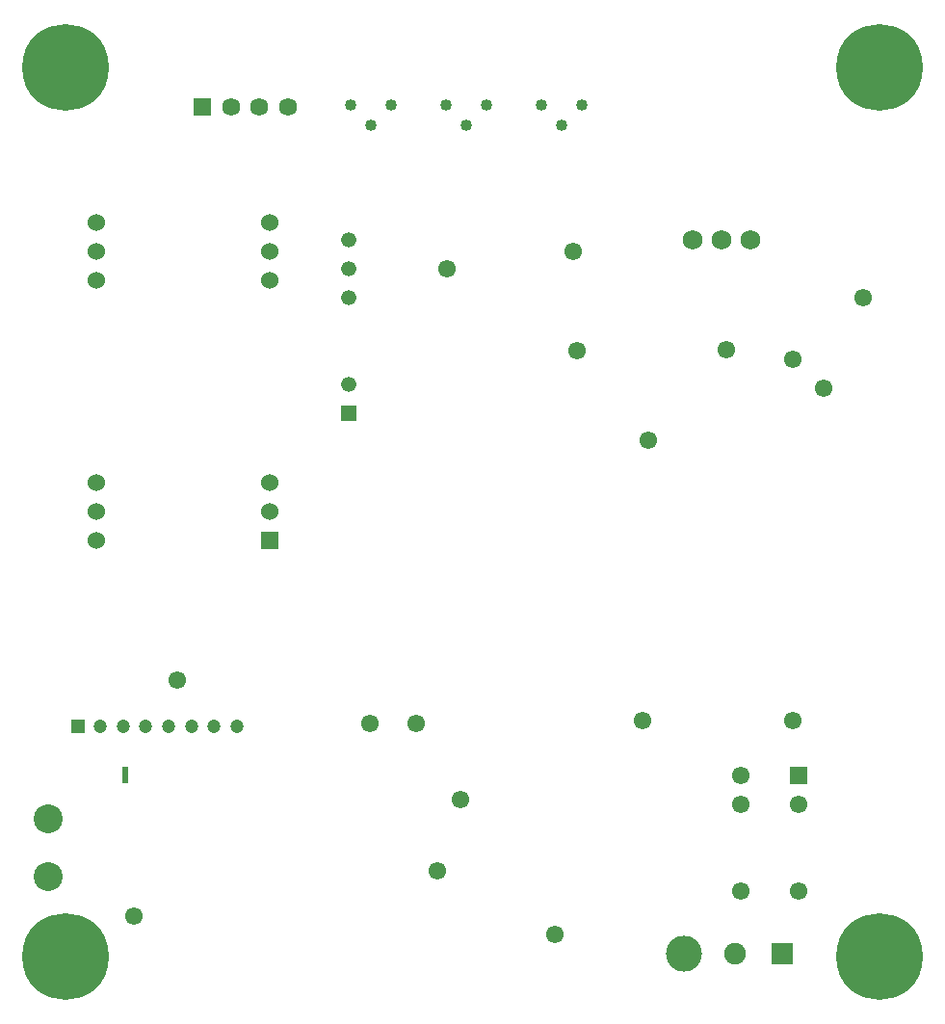
<source format=gbr>
%TF.GenerationSoftware,Altium Limited,Altium Designer,20.0.11 (256)*%
G04 Layer_Color=255*
%FSLAX26Y26*%
%MOIN*%
%TF.FileFunction,Pads,Bot*%
%TF.Part,Single*%
G01*
G75*
%TA.AperFunction,ComponentPad*%
%ADD65C,0.060000*%
%ADD66R,0.060000X0.060000*%
%ADD67C,0.100000*%
%ADD68R,0.061024X0.061024*%
%ADD69C,0.061024*%
%ADD70C,0.052283*%
%ADD71R,0.052283X0.052283*%
%ADD72C,0.300000*%
%ADD73R,0.075000X0.075000*%
%ADD74C,0.075000*%
%ADD75C,0.125000*%
%ADD76C,0.068898*%
%ADD77C,0.047244*%
%ADD78R,0.047244X0.047244*%
%ADD79R,0.062598X0.062598*%
%ADD80C,0.062598*%
%ADD81C,0.040000*%
%ADD82R,0.020000X0.020000*%
%ADD83R,0.020000X0.040000*%
D65*
X300000Y1645000D02*
D03*
Y1745000D02*
D03*
Y2645000D02*
D03*
Y1845000D02*
D03*
Y2745000D02*
D03*
X900000Y1745000D02*
D03*
Y1845000D02*
D03*
X300000Y2545000D02*
D03*
X900000D02*
D03*
Y2745000D02*
D03*
Y2645000D02*
D03*
D66*
Y1645000D02*
D03*
D67*
X133381Y480000D02*
D03*
Y680000D02*
D03*
D68*
X2730000Y830000D02*
D03*
D69*
Y730000D02*
D03*
Y430000D02*
D03*
X2530000D02*
D03*
Y730000D02*
D03*
Y830000D02*
D03*
X2190000Y1020000D02*
D03*
X1559252Y748000D02*
D03*
X1248465Y1010000D02*
D03*
X1515000Y2585000D02*
D03*
X2712000Y2270000D02*
D03*
X431604Y343197D02*
D03*
X1408465Y1010000D02*
D03*
X2955000Y2485000D02*
D03*
X1965000Y2300000D02*
D03*
X1950000Y2645000D02*
D03*
X2479571Y2305000D02*
D03*
X2210000Y1990000D02*
D03*
X580000Y1160000D02*
D03*
X2816535Y2170000D02*
D03*
X2710000Y1020000D02*
D03*
X1480000Y502165D02*
D03*
X1888500Y281299D02*
D03*
D70*
X1175000Y2485000D02*
D03*
Y2685000D02*
D03*
Y2585000D02*
D03*
Y2185000D02*
D03*
D71*
Y2085000D02*
D03*
D72*
X195000Y205000D02*
D03*
Y3280000D02*
D03*
X3010000D02*
D03*
Y205000D02*
D03*
D73*
X2672992Y212441D02*
D03*
D74*
X2510000D02*
D03*
D75*
X2334996D02*
D03*
D76*
X2565000Y2685000D02*
D03*
X2365000D02*
D03*
X2465000D02*
D03*
D77*
X392992Y1000000D02*
D03*
X471732D02*
D03*
X314252D02*
D03*
X707953D02*
D03*
X786693D02*
D03*
X550472D02*
D03*
X629212D02*
D03*
D78*
X235512D02*
D03*
D79*
X667029Y3143305D02*
D03*
D80*
X765454D02*
D03*
X863880D02*
D03*
X962305D02*
D03*
D81*
X1910000Y3080000D02*
D03*
X1840000Y3150000D02*
D03*
X1980000D02*
D03*
X1250000Y3080000D02*
D03*
X1180000Y3150000D02*
D03*
X1320000D02*
D03*
X1580000Y3080000D02*
D03*
X1510000Y3150000D02*
D03*
X1650000D02*
D03*
D82*
X400000Y850000D02*
D03*
D83*
Y825000D02*
D03*
%TF.MD5,230fb464d147fb136d73938ed507f151*%
M02*

</source>
